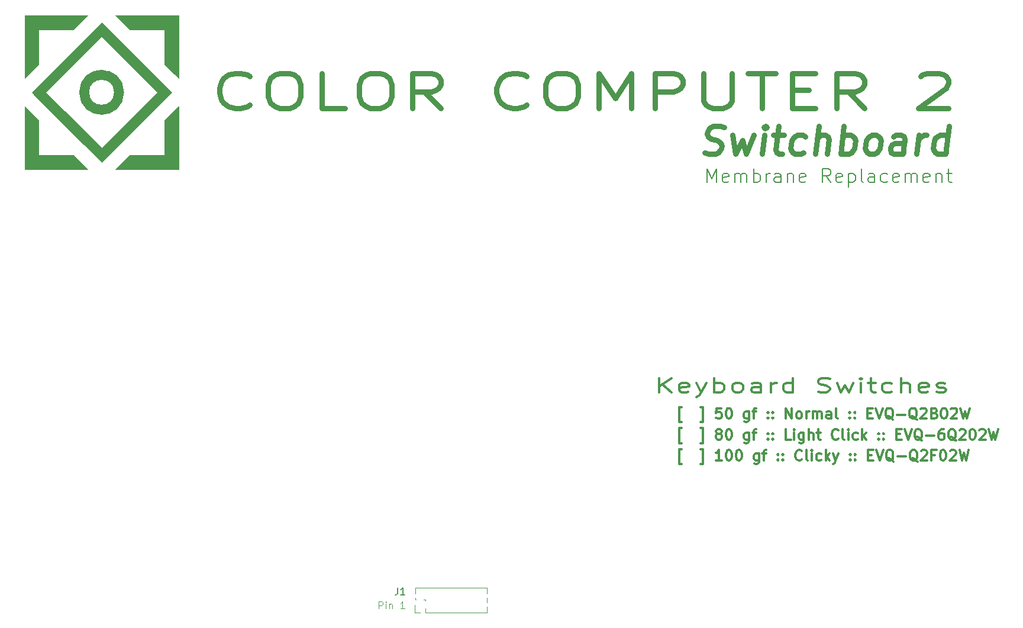
<source format=gto>
G04 #@! TF.GenerationSoftware,KiCad,Pcbnew,(5.1.10)-1*
G04 #@! TF.CreationDate,2022-07-15T10:43:49-04:00*
G04 #@! TF.ProjectId,CoCo2SwitchBoard,436f436f-3253-4776-9974-6368426f6172,1.0*
G04 #@! TF.SameCoordinates,Original*
G04 #@! TF.FileFunction,Legend,Top*
G04 #@! TF.FilePolarity,Positive*
%FSLAX46Y46*%
G04 Gerber Fmt 4.6, Leading zero omitted, Abs format (unit mm)*
G04 Created by KiCad (PCBNEW (5.1.10)-1) date 2022-07-15 10:43:49*
%MOMM*%
%LPD*%
G01*
G04 APERTURE LIST*
%ADD10C,0.125000*%
%ADD11C,0.300000*%
%ADD12C,0.100000*%
%ADD13C,1.400000*%
%ADD14C,0.150000*%
%ADD15C,0.800000*%
%ADD16C,0.120000*%
G04 APERTURE END LIST*
D10*
X129690476Y-3852380D02*
X129690476Y-2852380D01*
X130071428Y-2852380D01*
X130166666Y-2900000D01*
X130214285Y-2947619D01*
X130261904Y-3042857D01*
X130261904Y-3185714D01*
X130214285Y-3280952D01*
X130166666Y-3328571D01*
X130071428Y-3376190D01*
X129690476Y-3376190D01*
X130690476Y-3852380D02*
X130690476Y-3185714D01*
X130690476Y-2852380D02*
X130642857Y-2900000D01*
X130690476Y-2947619D01*
X130738095Y-2900000D01*
X130690476Y-2852380D01*
X130690476Y-2947619D01*
X131166666Y-3185714D02*
X131166666Y-3852380D01*
X131166666Y-3280952D02*
X131214285Y-3233333D01*
X131309523Y-3185714D01*
X131452380Y-3185714D01*
X131547619Y-3233333D01*
X131595238Y-3328571D01*
X131595238Y-3852380D01*
X133357142Y-3852380D02*
X132785714Y-3852380D01*
X133071428Y-3852380D02*
X133071428Y-2852380D01*
X132976190Y-2995238D01*
X132880952Y-3090476D01*
X132785714Y-3138095D01*
D11*
X172980714Y16821428D02*
X172623571Y16821428D01*
X172623571Y18964285D01*
X172980714Y18964285D01*
X175695000Y16821428D02*
X176052142Y16821428D01*
X176052142Y18964285D01*
X175695000Y18964285D01*
X178766428Y17321428D02*
X177909285Y17321428D01*
X178337857Y17321428D02*
X178337857Y18821428D01*
X178195000Y18607142D01*
X178052142Y18464285D01*
X177909285Y18392857D01*
X179695000Y18821428D02*
X179837857Y18821428D01*
X179980714Y18750000D01*
X180052142Y18678571D01*
X180123571Y18535714D01*
X180195000Y18250000D01*
X180195000Y17892857D01*
X180123571Y17607142D01*
X180052142Y17464285D01*
X179980714Y17392857D01*
X179837857Y17321428D01*
X179695000Y17321428D01*
X179552142Y17392857D01*
X179480714Y17464285D01*
X179409285Y17607142D01*
X179337857Y17892857D01*
X179337857Y18250000D01*
X179409285Y18535714D01*
X179480714Y18678571D01*
X179552142Y18750000D01*
X179695000Y18821428D01*
X181123571Y18821428D02*
X181266428Y18821428D01*
X181409285Y18750000D01*
X181480714Y18678571D01*
X181552142Y18535714D01*
X181623571Y18250000D01*
X181623571Y17892857D01*
X181552142Y17607142D01*
X181480714Y17464285D01*
X181409285Y17392857D01*
X181266428Y17321428D01*
X181123571Y17321428D01*
X180980714Y17392857D01*
X180909285Y17464285D01*
X180837857Y17607142D01*
X180766428Y17892857D01*
X180766428Y18250000D01*
X180837857Y18535714D01*
X180909285Y18678571D01*
X180980714Y18750000D01*
X181123571Y18821428D01*
X184052142Y18321428D02*
X184052142Y17107142D01*
X183980714Y16964285D01*
X183909285Y16892857D01*
X183766428Y16821428D01*
X183552142Y16821428D01*
X183409285Y16892857D01*
X184052142Y17392857D02*
X183909285Y17321428D01*
X183623571Y17321428D01*
X183480714Y17392857D01*
X183409285Y17464285D01*
X183337857Y17607142D01*
X183337857Y18035714D01*
X183409285Y18178571D01*
X183480714Y18250000D01*
X183623571Y18321428D01*
X183909285Y18321428D01*
X184052142Y18250000D01*
X184552142Y18321428D02*
X185123571Y18321428D01*
X184766428Y17321428D02*
X184766428Y18607142D01*
X184837857Y18750000D01*
X184980714Y18821428D01*
X185123571Y18821428D01*
X186766428Y17464285D02*
X186837857Y17392857D01*
X186766428Y17321428D01*
X186695000Y17392857D01*
X186766428Y17464285D01*
X186766428Y17321428D01*
X186766428Y18250000D02*
X186837857Y18178571D01*
X186766428Y18107142D01*
X186695000Y18178571D01*
X186766428Y18250000D01*
X186766428Y18107142D01*
X187480714Y17464285D02*
X187552142Y17392857D01*
X187480714Y17321428D01*
X187409285Y17392857D01*
X187480714Y17464285D01*
X187480714Y17321428D01*
X187480714Y18250000D02*
X187552142Y18178571D01*
X187480714Y18107142D01*
X187409285Y18178571D01*
X187480714Y18250000D01*
X187480714Y18107142D01*
X190195000Y17464285D02*
X190123571Y17392857D01*
X189909285Y17321428D01*
X189766428Y17321428D01*
X189552142Y17392857D01*
X189409285Y17535714D01*
X189337857Y17678571D01*
X189266428Y17964285D01*
X189266428Y18178571D01*
X189337857Y18464285D01*
X189409285Y18607142D01*
X189552142Y18750000D01*
X189766428Y18821428D01*
X189909285Y18821428D01*
X190123571Y18750000D01*
X190195000Y18678571D01*
X191052142Y17321428D02*
X190909285Y17392857D01*
X190837857Y17535714D01*
X190837857Y18821428D01*
X191623571Y17321428D02*
X191623571Y18321428D01*
X191623571Y18821428D02*
X191552142Y18750000D01*
X191623571Y18678571D01*
X191695000Y18750000D01*
X191623571Y18821428D01*
X191623571Y18678571D01*
X192980714Y17392857D02*
X192837857Y17321428D01*
X192552142Y17321428D01*
X192409285Y17392857D01*
X192337857Y17464285D01*
X192266428Y17607142D01*
X192266428Y18035714D01*
X192337857Y18178571D01*
X192409285Y18250000D01*
X192552142Y18321428D01*
X192837857Y18321428D01*
X192980714Y18250000D01*
X193623571Y17321428D02*
X193623571Y18821428D01*
X193766428Y17892857D02*
X194195000Y17321428D01*
X194195000Y18321428D02*
X193623571Y17750000D01*
X194695000Y18321428D02*
X195052142Y17321428D01*
X195409285Y18321428D02*
X195052142Y17321428D01*
X194909285Y16964285D01*
X194837857Y16892857D01*
X194695000Y16821428D01*
X197123571Y17464285D02*
X197195000Y17392857D01*
X197123571Y17321428D01*
X197052142Y17392857D01*
X197123571Y17464285D01*
X197123571Y17321428D01*
X197123571Y18250000D02*
X197195000Y18178571D01*
X197123571Y18107142D01*
X197052142Y18178571D01*
X197123571Y18250000D01*
X197123571Y18107142D01*
X197837857Y17464285D02*
X197909285Y17392857D01*
X197837857Y17321428D01*
X197766428Y17392857D01*
X197837857Y17464285D01*
X197837857Y17321428D01*
X197837857Y18250000D02*
X197909285Y18178571D01*
X197837857Y18107142D01*
X197766428Y18178571D01*
X197837857Y18250000D01*
X197837857Y18107142D01*
X199695000Y18107142D02*
X200195000Y18107142D01*
X200409285Y17321428D02*
X199695000Y17321428D01*
X199695000Y18821428D01*
X200409285Y18821428D01*
X200837857Y18821428D02*
X201337857Y17321428D01*
X201837857Y18821428D01*
X203337857Y17178571D02*
X203195000Y17250000D01*
X203052142Y17392857D01*
X202837857Y17607142D01*
X202695000Y17678571D01*
X202552142Y17678571D01*
X202623571Y17321428D02*
X202480714Y17392857D01*
X202337857Y17535714D01*
X202266428Y17821428D01*
X202266428Y18321428D01*
X202337857Y18607142D01*
X202480714Y18750000D01*
X202623571Y18821428D01*
X202909285Y18821428D01*
X203052142Y18750000D01*
X203195000Y18607142D01*
X203266428Y18321428D01*
X203266428Y17821428D01*
X203195000Y17535714D01*
X203052142Y17392857D01*
X202909285Y17321428D01*
X202623571Y17321428D01*
X203909285Y17892857D02*
X205052142Y17892857D01*
X206766428Y17178571D02*
X206623571Y17250000D01*
X206480714Y17392857D01*
X206266428Y17607142D01*
X206123571Y17678571D01*
X205980714Y17678571D01*
X206052142Y17321428D02*
X205909285Y17392857D01*
X205766428Y17535714D01*
X205695000Y17821428D01*
X205695000Y18321428D01*
X205766428Y18607142D01*
X205909285Y18750000D01*
X206052142Y18821428D01*
X206337857Y18821428D01*
X206480714Y18750000D01*
X206623571Y18607142D01*
X206695000Y18321428D01*
X206695000Y17821428D01*
X206623571Y17535714D01*
X206480714Y17392857D01*
X206337857Y17321428D01*
X206052142Y17321428D01*
X207266428Y18678571D02*
X207337857Y18750000D01*
X207480714Y18821428D01*
X207837857Y18821428D01*
X207980714Y18750000D01*
X208052142Y18678571D01*
X208123571Y18535714D01*
X208123571Y18392857D01*
X208052142Y18178571D01*
X207195000Y17321428D01*
X208123571Y17321428D01*
X209266428Y18107142D02*
X208766428Y18107142D01*
X208766428Y17321428D02*
X208766428Y18821428D01*
X209480714Y18821428D01*
X210337857Y18821428D02*
X210480714Y18821428D01*
X210623571Y18750000D01*
X210695000Y18678571D01*
X210766428Y18535714D01*
X210837857Y18250000D01*
X210837857Y17892857D01*
X210766428Y17607142D01*
X210695000Y17464285D01*
X210623571Y17392857D01*
X210480714Y17321428D01*
X210337857Y17321428D01*
X210195000Y17392857D01*
X210123571Y17464285D01*
X210052142Y17607142D01*
X209980714Y17892857D01*
X209980714Y18250000D01*
X210052142Y18535714D01*
X210123571Y18678571D01*
X210195000Y18750000D01*
X210337857Y18821428D01*
X211409285Y18678571D02*
X211480714Y18750000D01*
X211623571Y18821428D01*
X211980714Y18821428D01*
X212123571Y18750000D01*
X212195000Y18678571D01*
X212266428Y18535714D01*
X212266428Y18392857D01*
X212195000Y18178571D01*
X211337857Y17321428D01*
X212266428Y17321428D01*
X212766428Y18821428D02*
X213123571Y17321428D01*
X213409285Y18392857D01*
X213694999Y17321428D01*
X214052142Y18821428D01*
X172980714Y19821428D02*
X172623571Y19821428D01*
X172623571Y21964285D01*
X172980714Y21964285D01*
X175695000Y19821428D02*
X176052142Y19821428D01*
X176052142Y21964285D01*
X175695000Y21964285D01*
X178195000Y21178571D02*
X178052142Y21250000D01*
X177980714Y21321428D01*
X177909285Y21464285D01*
X177909285Y21535714D01*
X177980714Y21678571D01*
X178052142Y21750000D01*
X178195000Y21821428D01*
X178480714Y21821428D01*
X178623571Y21750000D01*
X178695000Y21678571D01*
X178766428Y21535714D01*
X178766428Y21464285D01*
X178695000Y21321428D01*
X178623571Y21250000D01*
X178480714Y21178571D01*
X178195000Y21178571D01*
X178052142Y21107142D01*
X177980714Y21035714D01*
X177909285Y20892857D01*
X177909285Y20607142D01*
X177980714Y20464285D01*
X178052142Y20392857D01*
X178195000Y20321428D01*
X178480714Y20321428D01*
X178623571Y20392857D01*
X178695000Y20464285D01*
X178766428Y20607142D01*
X178766428Y20892857D01*
X178695000Y21035714D01*
X178623571Y21107142D01*
X178480714Y21178571D01*
X179695000Y21821428D02*
X179837857Y21821428D01*
X179980714Y21750000D01*
X180052142Y21678571D01*
X180123571Y21535714D01*
X180195000Y21250000D01*
X180195000Y20892857D01*
X180123571Y20607142D01*
X180052142Y20464285D01*
X179980714Y20392857D01*
X179837857Y20321428D01*
X179695000Y20321428D01*
X179552142Y20392857D01*
X179480714Y20464285D01*
X179409285Y20607142D01*
X179337857Y20892857D01*
X179337857Y21250000D01*
X179409285Y21535714D01*
X179480714Y21678571D01*
X179552142Y21750000D01*
X179695000Y21821428D01*
X182623571Y21321428D02*
X182623571Y20107142D01*
X182552142Y19964285D01*
X182480714Y19892857D01*
X182337857Y19821428D01*
X182123571Y19821428D01*
X181980714Y19892857D01*
X182623571Y20392857D02*
X182480714Y20321428D01*
X182195000Y20321428D01*
X182052142Y20392857D01*
X181980714Y20464285D01*
X181909285Y20607142D01*
X181909285Y21035714D01*
X181980714Y21178571D01*
X182052142Y21250000D01*
X182195000Y21321428D01*
X182480714Y21321428D01*
X182623571Y21250000D01*
X183123571Y21321428D02*
X183695000Y21321428D01*
X183337857Y20321428D02*
X183337857Y21607142D01*
X183409285Y21750000D01*
X183552142Y21821428D01*
X183695000Y21821428D01*
X185337857Y20464285D02*
X185409285Y20392857D01*
X185337857Y20321428D01*
X185266428Y20392857D01*
X185337857Y20464285D01*
X185337857Y20321428D01*
X185337857Y21250000D02*
X185409285Y21178571D01*
X185337857Y21107142D01*
X185266428Y21178571D01*
X185337857Y21250000D01*
X185337857Y21107142D01*
X186052142Y20464285D02*
X186123571Y20392857D01*
X186052142Y20321428D01*
X185980714Y20392857D01*
X186052142Y20464285D01*
X186052142Y20321428D01*
X186052142Y21250000D02*
X186123571Y21178571D01*
X186052142Y21107142D01*
X185980714Y21178571D01*
X186052142Y21250000D01*
X186052142Y21107142D01*
X188623571Y20321428D02*
X187909285Y20321428D01*
X187909285Y21821428D01*
X189123571Y20321428D02*
X189123571Y21321428D01*
X189123571Y21821428D02*
X189052142Y21750000D01*
X189123571Y21678571D01*
X189195000Y21750000D01*
X189123571Y21821428D01*
X189123571Y21678571D01*
X190480714Y21321428D02*
X190480714Y20107142D01*
X190409285Y19964285D01*
X190337857Y19892857D01*
X190195000Y19821428D01*
X189980714Y19821428D01*
X189837857Y19892857D01*
X190480714Y20392857D02*
X190337857Y20321428D01*
X190052142Y20321428D01*
X189909285Y20392857D01*
X189837857Y20464285D01*
X189766428Y20607142D01*
X189766428Y21035714D01*
X189837857Y21178571D01*
X189909285Y21250000D01*
X190052142Y21321428D01*
X190337857Y21321428D01*
X190480714Y21250000D01*
X191195000Y20321428D02*
X191195000Y21821428D01*
X191837857Y20321428D02*
X191837857Y21107142D01*
X191766428Y21250000D01*
X191623571Y21321428D01*
X191409285Y21321428D01*
X191266428Y21250000D01*
X191195000Y21178571D01*
X192337857Y21321428D02*
X192909285Y21321428D01*
X192552142Y21821428D02*
X192552142Y20535714D01*
X192623571Y20392857D01*
X192766428Y20321428D01*
X192909285Y20321428D01*
X195409285Y20464285D02*
X195337857Y20392857D01*
X195123571Y20321428D01*
X194980714Y20321428D01*
X194766428Y20392857D01*
X194623571Y20535714D01*
X194552142Y20678571D01*
X194480714Y20964285D01*
X194480714Y21178571D01*
X194552142Y21464285D01*
X194623571Y21607142D01*
X194766428Y21750000D01*
X194980714Y21821428D01*
X195123571Y21821428D01*
X195337857Y21750000D01*
X195409285Y21678571D01*
X196266428Y20321428D02*
X196123571Y20392857D01*
X196052142Y20535714D01*
X196052142Y21821428D01*
X196837857Y20321428D02*
X196837857Y21321428D01*
X196837857Y21821428D02*
X196766428Y21750000D01*
X196837857Y21678571D01*
X196909285Y21750000D01*
X196837857Y21821428D01*
X196837857Y21678571D01*
X198195000Y20392857D02*
X198052142Y20321428D01*
X197766428Y20321428D01*
X197623571Y20392857D01*
X197552142Y20464285D01*
X197480714Y20607142D01*
X197480714Y21035714D01*
X197552142Y21178571D01*
X197623571Y21250000D01*
X197766428Y21321428D01*
X198052142Y21321428D01*
X198195000Y21250000D01*
X198837857Y20321428D02*
X198837857Y21821428D01*
X198980714Y20892857D02*
X199409285Y20321428D01*
X199409285Y21321428D02*
X198837857Y20750000D01*
X201195000Y20464285D02*
X201266428Y20392857D01*
X201195000Y20321428D01*
X201123571Y20392857D01*
X201195000Y20464285D01*
X201195000Y20321428D01*
X201195000Y21250000D02*
X201266428Y21178571D01*
X201195000Y21107142D01*
X201123571Y21178571D01*
X201195000Y21250000D01*
X201195000Y21107142D01*
X201909285Y20464285D02*
X201980714Y20392857D01*
X201909285Y20321428D01*
X201837857Y20392857D01*
X201909285Y20464285D01*
X201909285Y20321428D01*
X201909285Y21250000D02*
X201980714Y21178571D01*
X201909285Y21107142D01*
X201837857Y21178571D01*
X201909285Y21250000D01*
X201909285Y21107142D01*
X203766428Y21107142D02*
X204266428Y21107142D01*
X204480714Y20321428D02*
X203766428Y20321428D01*
X203766428Y21821428D01*
X204480714Y21821428D01*
X204909285Y21821428D02*
X205409285Y20321428D01*
X205909285Y21821428D01*
X207409285Y20178571D02*
X207266428Y20250000D01*
X207123571Y20392857D01*
X206909285Y20607142D01*
X206766428Y20678571D01*
X206623571Y20678571D01*
X206695000Y20321428D02*
X206552142Y20392857D01*
X206409285Y20535714D01*
X206337857Y20821428D01*
X206337857Y21321428D01*
X206409285Y21607142D01*
X206552142Y21750000D01*
X206695000Y21821428D01*
X206980714Y21821428D01*
X207123571Y21750000D01*
X207266428Y21607142D01*
X207337857Y21321428D01*
X207337857Y20821428D01*
X207266428Y20535714D01*
X207123571Y20392857D01*
X206980714Y20321428D01*
X206695000Y20321428D01*
X207980714Y20892857D02*
X209123571Y20892857D01*
X210480714Y21821428D02*
X210195000Y21821428D01*
X210052142Y21750000D01*
X209980714Y21678571D01*
X209837857Y21464285D01*
X209766428Y21178571D01*
X209766428Y20607142D01*
X209837857Y20464285D01*
X209909285Y20392857D01*
X210052142Y20321428D01*
X210337857Y20321428D01*
X210480714Y20392857D01*
X210552142Y20464285D01*
X210623571Y20607142D01*
X210623571Y20964285D01*
X210552142Y21107142D01*
X210480714Y21178571D01*
X210337857Y21250000D01*
X210052142Y21250000D01*
X209909285Y21178571D01*
X209837857Y21107142D01*
X209766428Y20964285D01*
X212266428Y20178571D02*
X212123571Y20250000D01*
X211980714Y20392857D01*
X211766428Y20607142D01*
X211623571Y20678571D01*
X211480714Y20678571D01*
X211552142Y20321428D02*
X211409285Y20392857D01*
X211266428Y20535714D01*
X211195000Y20821428D01*
X211195000Y21321428D01*
X211266428Y21607142D01*
X211409285Y21750000D01*
X211552142Y21821428D01*
X211837857Y21821428D01*
X211980714Y21750000D01*
X212123571Y21607142D01*
X212195000Y21321428D01*
X212195000Y20821428D01*
X212123571Y20535714D01*
X211980714Y20392857D01*
X211837857Y20321428D01*
X211552142Y20321428D01*
X212766428Y21678571D02*
X212837857Y21750000D01*
X212980714Y21821428D01*
X213337857Y21821428D01*
X213480714Y21750000D01*
X213552142Y21678571D01*
X213623571Y21535714D01*
X213623571Y21392857D01*
X213552142Y21178571D01*
X212695000Y20321428D01*
X213623571Y20321428D01*
X214552142Y21821428D02*
X214695000Y21821428D01*
X214837857Y21750000D01*
X214909285Y21678571D01*
X214980714Y21535714D01*
X215052142Y21250000D01*
X215052142Y20892857D01*
X214980714Y20607142D01*
X214909285Y20464285D01*
X214837857Y20392857D01*
X214695000Y20321428D01*
X214552142Y20321428D01*
X214409285Y20392857D01*
X214337857Y20464285D01*
X214266428Y20607142D01*
X214195000Y20892857D01*
X214195000Y21250000D01*
X214266428Y21535714D01*
X214337857Y21678571D01*
X214409285Y21750000D01*
X214552142Y21821428D01*
X215623571Y21678571D02*
X215695000Y21750000D01*
X215837857Y21821428D01*
X216195000Y21821428D01*
X216337857Y21750000D01*
X216409285Y21678571D01*
X216480714Y21535714D01*
X216480714Y21392857D01*
X216409285Y21178571D01*
X215552142Y20321428D01*
X216480714Y20321428D01*
X216980714Y21821428D02*
X217337857Y20321428D01*
X217623571Y21392857D01*
X217909285Y20321428D01*
X218266428Y21821428D01*
X172980714Y22821428D02*
X172623571Y22821428D01*
X172623571Y24964285D01*
X172980714Y24964285D01*
X175695000Y22821428D02*
X176052142Y22821428D01*
X176052142Y24964285D01*
X175695000Y24964285D01*
X178695000Y24821428D02*
X177980714Y24821428D01*
X177909285Y24107142D01*
X177980714Y24178571D01*
X178123571Y24250000D01*
X178480714Y24250000D01*
X178623571Y24178571D01*
X178695000Y24107142D01*
X178766428Y23964285D01*
X178766428Y23607142D01*
X178695000Y23464285D01*
X178623571Y23392857D01*
X178480714Y23321428D01*
X178123571Y23321428D01*
X177980714Y23392857D01*
X177909285Y23464285D01*
X179695000Y24821428D02*
X179837857Y24821428D01*
X179980714Y24750000D01*
X180052142Y24678571D01*
X180123571Y24535714D01*
X180195000Y24250000D01*
X180195000Y23892857D01*
X180123571Y23607142D01*
X180052142Y23464285D01*
X179980714Y23392857D01*
X179837857Y23321428D01*
X179695000Y23321428D01*
X179552142Y23392857D01*
X179480714Y23464285D01*
X179409285Y23607142D01*
X179337857Y23892857D01*
X179337857Y24250000D01*
X179409285Y24535714D01*
X179480714Y24678571D01*
X179552142Y24750000D01*
X179695000Y24821428D01*
X182623571Y24321428D02*
X182623571Y23107142D01*
X182552142Y22964285D01*
X182480714Y22892857D01*
X182337857Y22821428D01*
X182123571Y22821428D01*
X181980714Y22892857D01*
X182623571Y23392857D02*
X182480714Y23321428D01*
X182195000Y23321428D01*
X182052142Y23392857D01*
X181980714Y23464285D01*
X181909285Y23607142D01*
X181909285Y24035714D01*
X181980714Y24178571D01*
X182052142Y24250000D01*
X182195000Y24321428D01*
X182480714Y24321428D01*
X182623571Y24250000D01*
X183123571Y24321428D02*
X183695000Y24321428D01*
X183337857Y23321428D02*
X183337857Y24607142D01*
X183409285Y24750000D01*
X183552142Y24821428D01*
X183695000Y24821428D01*
X185337857Y23464285D02*
X185409285Y23392857D01*
X185337857Y23321428D01*
X185266428Y23392857D01*
X185337857Y23464285D01*
X185337857Y23321428D01*
X185337857Y24250000D02*
X185409285Y24178571D01*
X185337857Y24107142D01*
X185266428Y24178571D01*
X185337857Y24250000D01*
X185337857Y24107142D01*
X186052142Y23464285D02*
X186123571Y23392857D01*
X186052142Y23321428D01*
X185980714Y23392857D01*
X186052142Y23464285D01*
X186052142Y23321428D01*
X186052142Y24250000D02*
X186123571Y24178571D01*
X186052142Y24107142D01*
X185980714Y24178571D01*
X186052142Y24250000D01*
X186052142Y24107142D01*
X187909285Y23321428D02*
X187909285Y24821428D01*
X188766428Y23321428D01*
X188766428Y24821428D01*
X189695000Y23321428D02*
X189552142Y23392857D01*
X189480714Y23464285D01*
X189409285Y23607142D01*
X189409285Y24035714D01*
X189480714Y24178571D01*
X189552142Y24250000D01*
X189695000Y24321428D01*
X189909285Y24321428D01*
X190052142Y24250000D01*
X190123571Y24178571D01*
X190195000Y24035714D01*
X190195000Y23607142D01*
X190123571Y23464285D01*
X190052142Y23392857D01*
X189909285Y23321428D01*
X189695000Y23321428D01*
X190837857Y23321428D02*
X190837857Y24321428D01*
X190837857Y24035714D02*
X190909285Y24178571D01*
X190980714Y24250000D01*
X191123571Y24321428D01*
X191266428Y24321428D01*
X191766428Y23321428D02*
X191766428Y24321428D01*
X191766428Y24178571D02*
X191837857Y24250000D01*
X191980714Y24321428D01*
X192195000Y24321428D01*
X192337857Y24250000D01*
X192409285Y24107142D01*
X192409285Y23321428D01*
X192409285Y24107142D02*
X192480714Y24250000D01*
X192623571Y24321428D01*
X192837857Y24321428D01*
X192980714Y24250000D01*
X193052142Y24107142D01*
X193052142Y23321428D01*
X194409285Y23321428D02*
X194409285Y24107142D01*
X194337857Y24250000D01*
X194195000Y24321428D01*
X193909285Y24321428D01*
X193766428Y24250000D01*
X194409285Y23392857D02*
X194266428Y23321428D01*
X193909285Y23321428D01*
X193766428Y23392857D01*
X193695000Y23535714D01*
X193695000Y23678571D01*
X193766428Y23821428D01*
X193909285Y23892857D01*
X194266428Y23892857D01*
X194409285Y23964285D01*
X195337857Y23321428D02*
X195195000Y23392857D01*
X195123571Y23535714D01*
X195123571Y24821428D01*
X197052142Y23464285D02*
X197123571Y23392857D01*
X197052142Y23321428D01*
X196980714Y23392857D01*
X197052142Y23464285D01*
X197052142Y23321428D01*
X197052142Y24250000D02*
X197123571Y24178571D01*
X197052142Y24107142D01*
X196980714Y24178571D01*
X197052142Y24250000D01*
X197052142Y24107142D01*
X197766428Y23464285D02*
X197837857Y23392857D01*
X197766428Y23321428D01*
X197695000Y23392857D01*
X197766428Y23464285D01*
X197766428Y23321428D01*
X197766428Y24250000D02*
X197837857Y24178571D01*
X197766428Y24107142D01*
X197695000Y24178571D01*
X197766428Y24250000D01*
X197766428Y24107142D01*
X199623571Y24107142D02*
X200123571Y24107142D01*
X200337857Y23321428D02*
X199623571Y23321428D01*
X199623571Y24821428D01*
X200337857Y24821428D01*
X200766428Y24821428D02*
X201266428Y23321428D01*
X201766428Y24821428D01*
X203266428Y23178571D02*
X203123571Y23250000D01*
X202980714Y23392857D01*
X202766428Y23607142D01*
X202623571Y23678571D01*
X202480714Y23678571D01*
X202552142Y23321428D02*
X202409285Y23392857D01*
X202266428Y23535714D01*
X202195000Y23821428D01*
X202195000Y24321428D01*
X202266428Y24607142D01*
X202409285Y24750000D01*
X202552142Y24821428D01*
X202837857Y24821428D01*
X202980714Y24750000D01*
X203123571Y24607142D01*
X203195000Y24321428D01*
X203195000Y23821428D01*
X203123571Y23535714D01*
X202980714Y23392857D01*
X202837857Y23321428D01*
X202552142Y23321428D01*
X203837857Y23892857D02*
X204980714Y23892857D01*
X206695000Y23178571D02*
X206552142Y23250000D01*
X206409285Y23392857D01*
X206195000Y23607142D01*
X206052142Y23678571D01*
X205909285Y23678571D01*
X205980714Y23321428D02*
X205837857Y23392857D01*
X205695000Y23535714D01*
X205623571Y23821428D01*
X205623571Y24321428D01*
X205695000Y24607142D01*
X205837857Y24750000D01*
X205980714Y24821428D01*
X206266428Y24821428D01*
X206409285Y24750000D01*
X206552142Y24607142D01*
X206623571Y24321428D01*
X206623571Y23821428D01*
X206552142Y23535714D01*
X206409285Y23392857D01*
X206266428Y23321428D01*
X205980714Y23321428D01*
X207195000Y24678571D02*
X207266428Y24750000D01*
X207409285Y24821428D01*
X207766428Y24821428D01*
X207909285Y24750000D01*
X207980714Y24678571D01*
X208052142Y24535714D01*
X208052142Y24392857D01*
X207980714Y24178571D01*
X207123571Y23321428D01*
X208052142Y23321428D01*
X209195000Y24107142D02*
X209409285Y24035714D01*
X209480714Y23964285D01*
X209552142Y23821428D01*
X209552142Y23607142D01*
X209480714Y23464285D01*
X209409285Y23392857D01*
X209266428Y23321428D01*
X208695000Y23321428D01*
X208695000Y24821428D01*
X209195000Y24821428D01*
X209337857Y24750000D01*
X209409285Y24678571D01*
X209480714Y24535714D01*
X209480714Y24392857D01*
X209409285Y24250000D01*
X209337857Y24178571D01*
X209195000Y24107142D01*
X208695000Y24107142D01*
X210480714Y24821428D02*
X210623571Y24821428D01*
X210766428Y24750000D01*
X210837857Y24678571D01*
X210909285Y24535714D01*
X210980714Y24250000D01*
X210980714Y23892857D01*
X210909285Y23607142D01*
X210837857Y23464285D01*
X210766428Y23392857D01*
X210623571Y23321428D01*
X210480714Y23321428D01*
X210337857Y23392857D01*
X210266428Y23464285D01*
X210195000Y23607142D01*
X210123571Y23892857D01*
X210123571Y24250000D01*
X210195000Y24535714D01*
X210266428Y24678571D01*
X210337857Y24750000D01*
X210480714Y24821428D01*
X211552142Y24678571D02*
X211623571Y24750000D01*
X211766428Y24821428D01*
X212123571Y24821428D01*
X212266428Y24750000D01*
X212337857Y24678571D01*
X212409285Y24535714D01*
X212409285Y24392857D01*
X212337857Y24178571D01*
X211480714Y23321428D01*
X212409285Y23321428D01*
X212909285Y24821428D02*
X213266428Y23321428D01*
X213552142Y24392857D01*
X213837857Y23321428D01*
X214195000Y24821428D01*
X169809285Y27095238D02*
X169809285Y29095238D01*
X171523571Y27095238D02*
X170237857Y28238095D01*
X171523571Y29095238D02*
X169809285Y27952380D01*
X173952142Y27190476D02*
X173666428Y27095238D01*
X173095000Y27095238D01*
X172809285Y27190476D01*
X172666428Y27380952D01*
X172666428Y28142857D01*
X172809285Y28333333D01*
X173095000Y28428571D01*
X173666428Y28428571D01*
X173952142Y28333333D01*
X174095000Y28142857D01*
X174095000Y27952380D01*
X172666428Y27761904D01*
X175095000Y28428571D02*
X175809285Y27095238D01*
X176523571Y28428571D02*
X175809285Y27095238D01*
X175523571Y26619047D01*
X175380714Y26523809D01*
X175095000Y26428571D01*
X177666428Y27095238D02*
X177666428Y29095238D01*
X177666428Y28333333D02*
X177952142Y28428571D01*
X178523571Y28428571D01*
X178809285Y28333333D01*
X178952142Y28238095D01*
X179095000Y28047619D01*
X179095000Y27476190D01*
X178952142Y27285714D01*
X178809285Y27190476D01*
X178523571Y27095238D01*
X177952142Y27095238D01*
X177666428Y27190476D01*
X180809285Y27095238D02*
X180523571Y27190476D01*
X180380714Y27285714D01*
X180237857Y27476190D01*
X180237857Y28047619D01*
X180380714Y28238095D01*
X180523571Y28333333D01*
X180809285Y28428571D01*
X181237857Y28428571D01*
X181523571Y28333333D01*
X181666428Y28238095D01*
X181809285Y28047619D01*
X181809285Y27476190D01*
X181666428Y27285714D01*
X181523571Y27190476D01*
X181237857Y27095238D01*
X180809285Y27095238D01*
X184380714Y27095238D02*
X184380714Y28142857D01*
X184237857Y28333333D01*
X183952142Y28428571D01*
X183380714Y28428571D01*
X183095000Y28333333D01*
X184380714Y27190476D02*
X184095000Y27095238D01*
X183380714Y27095238D01*
X183095000Y27190476D01*
X182952142Y27380952D01*
X182952142Y27571428D01*
X183095000Y27761904D01*
X183380714Y27857142D01*
X184095000Y27857142D01*
X184380714Y27952380D01*
X185809285Y27095238D02*
X185809285Y28428571D01*
X185809285Y28047619D02*
X185952142Y28238095D01*
X186095000Y28333333D01*
X186380714Y28428571D01*
X186666428Y28428571D01*
X188952142Y27095238D02*
X188952142Y29095238D01*
X188952142Y27190476D02*
X188666428Y27095238D01*
X188095000Y27095238D01*
X187809285Y27190476D01*
X187666428Y27285714D01*
X187523571Y27476190D01*
X187523571Y28047619D01*
X187666428Y28238095D01*
X187809285Y28333333D01*
X188095000Y28428571D01*
X188666428Y28428571D01*
X188952142Y28333333D01*
X192523571Y27190476D02*
X192952142Y27095238D01*
X193666428Y27095238D01*
X193952142Y27190476D01*
X194095000Y27285714D01*
X194237857Y27476190D01*
X194237857Y27666666D01*
X194095000Y27857142D01*
X193952142Y27952380D01*
X193666428Y28047619D01*
X193095000Y28142857D01*
X192809285Y28238095D01*
X192666428Y28333333D01*
X192523571Y28523809D01*
X192523571Y28714285D01*
X192666428Y28904761D01*
X192809285Y29000000D01*
X193095000Y29095238D01*
X193809285Y29095238D01*
X194237857Y29000000D01*
X195237857Y28428571D02*
X195809285Y27095238D01*
X196380714Y28047619D01*
X196952142Y27095238D01*
X197523571Y28428571D01*
X198666428Y27095238D02*
X198666428Y28428571D01*
X198666428Y29095238D02*
X198523571Y29000000D01*
X198666428Y28904761D01*
X198809285Y29000000D01*
X198666428Y29095238D01*
X198666428Y28904761D01*
X199666428Y28428571D02*
X200809285Y28428571D01*
X200095000Y29095238D02*
X200095000Y27380952D01*
X200237857Y27190476D01*
X200523571Y27095238D01*
X200809285Y27095238D01*
X203095000Y27190476D02*
X202809285Y27095238D01*
X202237857Y27095238D01*
X201952142Y27190476D01*
X201809285Y27285714D01*
X201666428Y27476190D01*
X201666428Y28047619D01*
X201809285Y28238095D01*
X201952142Y28333333D01*
X202237857Y28428571D01*
X202809285Y28428571D01*
X203095000Y28333333D01*
X204380714Y27095238D02*
X204380714Y29095238D01*
X205666428Y27095238D02*
X205666428Y28142857D01*
X205523571Y28333333D01*
X205237857Y28428571D01*
X204809285Y28428571D01*
X204523571Y28333333D01*
X204380714Y28238095D01*
X208237857Y27190476D02*
X207952142Y27095238D01*
X207380714Y27095238D01*
X207095000Y27190476D01*
X206952142Y27380952D01*
X206952142Y28142857D01*
X207095000Y28333333D01*
X207380714Y28428571D01*
X207952142Y28428571D01*
X208237857Y28333333D01*
X208380714Y28142857D01*
X208380714Y27952380D01*
X206952142Y27761904D01*
X209523571Y27190476D02*
X209809285Y27095238D01*
X210380714Y27095238D01*
X210666428Y27190476D01*
X210809285Y27380952D01*
X210809285Y27476190D01*
X210666428Y27666666D01*
X210380714Y27761904D01*
X209952142Y27761904D01*
X209666428Y27857142D01*
X209523571Y28047619D01*
X209523571Y28142857D01*
X209666428Y28333333D01*
X209952142Y28428571D01*
X210380714Y28428571D01*
X210666428Y28333333D01*
D12*
G36*
X101000000Y59000000D02*
G01*
X92000000Y59000000D01*
X94000000Y61000000D01*
X99000000Y61000000D01*
X99000000Y66000000D01*
X101000000Y68000000D01*
X101000000Y59000000D01*
G37*
X101000000Y59000000D02*
X92000000Y59000000D01*
X94000000Y61000000D01*
X99000000Y61000000D01*
X99000000Y66000000D01*
X101000000Y68000000D01*
X101000000Y59000000D01*
G36*
X81000000Y66000000D02*
G01*
X81000000Y61000000D01*
X86000000Y61000000D01*
X88000000Y59000000D01*
X79000000Y59000000D01*
X79000000Y68000000D01*
X81000000Y66000000D01*
G37*
X81000000Y66000000D02*
X81000000Y61000000D01*
X86000000Y61000000D01*
X88000000Y59000000D01*
X79000000Y59000000D01*
X79000000Y68000000D01*
X81000000Y66000000D01*
G36*
X86000000Y79000000D02*
G01*
X81000000Y79000000D01*
X81000000Y74000000D01*
X79000000Y72000000D01*
X79000000Y81000000D01*
X88000000Y81000000D01*
X86000000Y79000000D01*
G37*
X86000000Y79000000D02*
X81000000Y79000000D01*
X81000000Y74000000D01*
X79000000Y72000000D01*
X79000000Y81000000D01*
X88000000Y81000000D01*
X86000000Y79000000D01*
G36*
X101000000Y72000000D02*
G01*
X99000000Y74000000D01*
X99000000Y79000000D01*
X94000000Y79000000D01*
X92000000Y81000000D01*
X101000000Y81000000D01*
X101000000Y72000000D01*
G37*
X101000000Y72000000D02*
X99000000Y74000000D01*
X99000000Y79000000D01*
X94000000Y79000000D01*
X92000000Y81000000D01*
X101000000Y81000000D01*
X101000000Y72000000D01*
G36*
X99000000Y69000000D02*
G01*
X91000000Y61000000D01*
X90000000Y62000000D01*
X98000000Y70000000D01*
X99000000Y69000000D01*
G37*
X99000000Y69000000D02*
X91000000Y61000000D01*
X90000000Y62000000D01*
X98000000Y70000000D01*
X99000000Y69000000D01*
G36*
X91000000Y61000000D02*
G01*
X90000000Y60000000D01*
X81000000Y69000000D01*
X82000000Y70000000D01*
X91000000Y61000000D01*
G37*
X91000000Y61000000D02*
X90000000Y60000000D01*
X81000000Y69000000D01*
X82000000Y70000000D01*
X91000000Y61000000D01*
G36*
X90000000Y78000000D02*
G01*
X81000000Y69000000D01*
X80000000Y70000000D01*
X89000000Y79000000D01*
X90000000Y78000000D01*
G37*
X90000000Y78000000D02*
X81000000Y69000000D01*
X80000000Y70000000D01*
X89000000Y79000000D01*
X90000000Y78000000D01*
G36*
X100000000Y70000000D02*
G01*
X99000000Y69000000D01*
X89000000Y79000000D01*
X90000000Y80000000D01*
X100000000Y70000000D01*
G37*
X100000000Y70000000D02*
X99000000Y69000000D01*
X89000000Y79000000D01*
X90000000Y80000000D01*
X100000000Y70000000D01*
D13*
X92500000Y70000000D02*
G75*
G03*
X92500000Y70000000I-2500000J0D01*
G01*
D14*
X176619047Y57095238D02*
X176619047Y59095238D01*
X177285714Y57666666D01*
X177952380Y59095238D01*
X177952380Y57095238D01*
X179666666Y57190476D02*
X179476190Y57095238D01*
X179095238Y57095238D01*
X178904761Y57190476D01*
X178809523Y57380952D01*
X178809523Y58142857D01*
X178904761Y58333333D01*
X179095238Y58428571D01*
X179476190Y58428571D01*
X179666666Y58333333D01*
X179761904Y58142857D01*
X179761904Y57952380D01*
X178809523Y57761904D01*
X180619047Y57095238D02*
X180619047Y58428571D01*
X180619047Y58238095D02*
X180714285Y58333333D01*
X180904761Y58428571D01*
X181190476Y58428571D01*
X181380952Y58333333D01*
X181476190Y58142857D01*
X181476190Y57095238D01*
X181476190Y58142857D02*
X181571428Y58333333D01*
X181761904Y58428571D01*
X182047619Y58428571D01*
X182238095Y58333333D01*
X182333333Y58142857D01*
X182333333Y57095238D01*
X183285714Y57095238D02*
X183285714Y59095238D01*
X183285714Y58333333D02*
X183476190Y58428571D01*
X183857142Y58428571D01*
X184047619Y58333333D01*
X184142857Y58238095D01*
X184238095Y58047619D01*
X184238095Y57476190D01*
X184142857Y57285714D01*
X184047619Y57190476D01*
X183857142Y57095238D01*
X183476190Y57095238D01*
X183285714Y57190476D01*
X185095238Y57095238D02*
X185095238Y58428571D01*
X185095238Y58047619D02*
X185190476Y58238095D01*
X185285714Y58333333D01*
X185476190Y58428571D01*
X185666666Y58428571D01*
X187190476Y57095238D02*
X187190476Y58142857D01*
X187095238Y58333333D01*
X186904761Y58428571D01*
X186523809Y58428571D01*
X186333333Y58333333D01*
X187190476Y57190476D02*
X187000000Y57095238D01*
X186523809Y57095238D01*
X186333333Y57190476D01*
X186238095Y57380952D01*
X186238095Y57571428D01*
X186333333Y57761904D01*
X186523809Y57857142D01*
X187000000Y57857142D01*
X187190476Y57952380D01*
X188142857Y58428571D02*
X188142857Y57095238D01*
X188142857Y58238095D02*
X188238095Y58333333D01*
X188428571Y58428571D01*
X188714285Y58428571D01*
X188904761Y58333333D01*
X189000000Y58142857D01*
X189000000Y57095238D01*
X190714285Y57190476D02*
X190523809Y57095238D01*
X190142857Y57095238D01*
X189952380Y57190476D01*
X189857142Y57380952D01*
X189857142Y58142857D01*
X189952380Y58333333D01*
X190142857Y58428571D01*
X190523809Y58428571D01*
X190714285Y58333333D01*
X190809523Y58142857D01*
X190809523Y57952380D01*
X189857142Y57761904D01*
X194333333Y57095238D02*
X193666666Y58047619D01*
X193190476Y57095238D02*
X193190476Y59095238D01*
X193952380Y59095238D01*
X194142857Y59000000D01*
X194238095Y58904761D01*
X194333333Y58714285D01*
X194333333Y58428571D01*
X194238095Y58238095D01*
X194142857Y58142857D01*
X193952380Y58047619D01*
X193190476Y58047619D01*
X195952380Y57190476D02*
X195761904Y57095238D01*
X195380952Y57095238D01*
X195190476Y57190476D01*
X195095238Y57380952D01*
X195095238Y58142857D01*
X195190476Y58333333D01*
X195380952Y58428571D01*
X195761904Y58428571D01*
X195952380Y58333333D01*
X196047619Y58142857D01*
X196047619Y57952380D01*
X195095238Y57761904D01*
X196904761Y58428571D02*
X196904761Y56428571D01*
X196904761Y58333333D02*
X197095238Y58428571D01*
X197476190Y58428571D01*
X197666666Y58333333D01*
X197761904Y58238095D01*
X197857142Y58047619D01*
X197857142Y57476190D01*
X197761904Y57285714D01*
X197666666Y57190476D01*
X197476190Y57095238D01*
X197095238Y57095238D01*
X196904761Y57190476D01*
X199000000Y57095238D02*
X198809523Y57190476D01*
X198714285Y57380952D01*
X198714285Y59095238D01*
X200619047Y57095238D02*
X200619047Y58142857D01*
X200523809Y58333333D01*
X200333333Y58428571D01*
X199952380Y58428571D01*
X199761904Y58333333D01*
X200619047Y57190476D02*
X200428571Y57095238D01*
X199952380Y57095238D01*
X199761904Y57190476D01*
X199666666Y57380952D01*
X199666666Y57571428D01*
X199761904Y57761904D01*
X199952380Y57857142D01*
X200428571Y57857142D01*
X200619047Y57952380D01*
X202428571Y57190476D02*
X202238095Y57095238D01*
X201857142Y57095238D01*
X201666666Y57190476D01*
X201571428Y57285714D01*
X201476190Y57476190D01*
X201476190Y58047619D01*
X201571428Y58238095D01*
X201666666Y58333333D01*
X201857142Y58428571D01*
X202238095Y58428571D01*
X202428571Y58333333D01*
X204047619Y57190476D02*
X203857142Y57095238D01*
X203476190Y57095238D01*
X203285714Y57190476D01*
X203190476Y57380952D01*
X203190476Y58142857D01*
X203285714Y58333333D01*
X203476190Y58428571D01*
X203857142Y58428571D01*
X204047619Y58333333D01*
X204142857Y58142857D01*
X204142857Y57952380D01*
X203190476Y57761904D01*
X205000000Y57095238D02*
X205000000Y58428571D01*
X205000000Y58238095D02*
X205095238Y58333333D01*
X205285714Y58428571D01*
X205571428Y58428571D01*
X205761904Y58333333D01*
X205857142Y58142857D01*
X205857142Y57095238D01*
X205857142Y58142857D02*
X205952380Y58333333D01*
X206142857Y58428571D01*
X206428571Y58428571D01*
X206619047Y58333333D01*
X206714285Y58142857D01*
X206714285Y57095238D01*
X208428571Y57190476D02*
X208238095Y57095238D01*
X207857142Y57095238D01*
X207666666Y57190476D01*
X207571428Y57380952D01*
X207571428Y58142857D01*
X207666666Y58333333D01*
X207857142Y58428571D01*
X208238095Y58428571D01*
X208428571Y58333333D01*
X208523809Y58142857D01*
X208523809Y57952380D01*
X207571428Y57761904D01*
X209380952Y58428571D02*
X209380952Y57095238D01*
X209380952Y58238095D02*
X209476190Y58333333D01*
X209666666Y58428571D01*
X209952380Y58428571D01*
X210142857Y58333333D01*
X210238095Y58142857D01*
X210238095Y57095238D01*
X210904761Y58428571D02*
X211666666Y58428571D01*
X211190476Y59095238D02*
X211190476Y57380952D01*
X211285714Y57190476D01*
X211476190Y57095238D01*
X211666666Y57095238D01*
D15*
X111166666Y68214285D02*
X110833333Y67976190D01*
X109833333Y67738095D01*
X109166666Y67738095D01*
X108166666Y67976190D01*
X107500000Y68452380D01*
X107166666Y68928571D01*
X106833333Y69880952D01*
X106833333Y70595238D01*
X107166666Y71547619D01*
X107500000Y72023809D01*
X108166666Y72500000D01*
X109166666Y72738095D01*
X109833333Y72738095D01*
X110833333Y72500000D01*
X111166666Y72261904D01*
X115500000Y72738095D02*
X116833333Y72738095D01*
X117500000Y72500000D01*
X118166666Y72023809D01*
X118500000Y71071428D01*
X118500000Y69404761D01*
X118166666Y68452380D01*
X117500000Y67976190D01*
X116833333Y67738095D01*
X115500000Y67738095D01*
X114833333Y67976190D01*
X114166666Y68452380D01*
X113833333Y69404761D01*
X113833333Y71071428D01*
X114166666Y72023809D01*
X114833333Y72500000D01*
X115500000Y72738095D01*
X124833333Y67738095D02*
X121500000Y67738095D01*
X121500000Y72738095D01*
X128500000Y72738095D02*
X129833333Y72738095D01*
X130500000Y72500000D01*
X131166666Y72023809D01*
X131500000Y71071428D01*
X131500000Y69404761D01*
X131166666Y68452380D01*
X130500000Y67976190D01*
X129833333Y67738095D01*
X128500000Y67738095D01*
X127833333Y67976190D01*
X127166666Y68452380D01*
X126833333Y69404761D01*
X126833333Y71071428D01*
X127166666Y72023809D01*
X127833333Y72500000D01*
X128500000Y72738095D01*
X138500000Y67738095D02*
X136166666Y70119047D01*
X134500000Y67738095D02*
X134500000Y72738095D01*
X137166666Y72738095D01*
X137833333Y72500000D01*
X138166666Y72261904D01*
X138500000Y71785714D01*
X138500000Y71071428D01*
X138166666Y70595238D01*
X137833333Y70357142D01*
X137166666Y70119047D01*
X134500000Y70119047D01*
X150833333Y68214285D02*
X150500000Y67976190D01*
X149500000Y67738095D01*
X148833333Y67738095D01*
X147833333Y67976190D01*
X147166666Y68452380D01*
X146833333Y68928571D01*
X146500000Y69880952D01*
X146500000Y70595238D01*
X146833333Y71547619D01*
X147166666Y72023809D01*
X147833333Y72500000D01*
X148833333Y72738095D01*
X149500000Y72738095D01*
X150500000Y72500000D01*
X150833333Y72261904D01*
X155166666Y72738095D02*
X156500000Y72738095D01*
X157166666Y72500000D01*
X157833333Y72023809D01*
X158166666Y71071428D01*
X158166666Y69404761D01*
X157833333Y68452380D01*
X157166666Y67976190D01*
X156500000Y67738095D01*
X155166666Y67738095D01*
X154500000Y67976190D01*
X153833333Y68452380D01*
X153500000Y69404761D01*
X153500000Y71071428D01*
X153833333Y72023809D01*
X154500000Y72500000D01*
X155166666Y72738095D01*
X161166666Y67738095D02*
X161166666Y72738095D01*
X163500000Y69166666D01*
X165833333Y72738095D01*
X165833333Y67738095D01*
X169166666Y67738095D02*
X169166666Y72738095D01*
X171833333Y72738095D01*
X172500000Y72500000D01*
X172833333Y72261904D01*
X173166666Y71785714D01*
X173166666Y71071428D01*
X172833333Y70595238D01*
X172500000Y70357142D01*
X171833333Y70119047D01*
X169166666Y70119047D01*
X176166666Y72738095D02*
X176166666Y68690476D01*
X176500000Y68214285D01*
X176833333Y67976190D01*
X177500000Y67738095D01*
X178833333Y67738095D01*
X179500000Y67976190D01*
X179833333Y68214285D01*
X180166666Y68690476D01*
X180166666Y72738095D01*
X182500000Y72738095D02*
X186500000Y72738095D01*
X184500000Y67738095D02*
X184500000Y72738095D01*
X188833333Y70357142D02*
X191166666Y70357142D01*
X192166666Y67738095D02*
X188833333Y67738095D01*
X188833333Y72738095D01*
X192166666Y72738095D01*
X199166666Y67738095D02*
X196833333Y70119047D01*
X195166666Y67738095D02*
X195166666Y72738095D01*
X197833333Y72738095D01*
X198500000Y72500000D01*
X198833333Y72261904D01*
X199166666Y71785714D01*
X199166666Y71071428D01*
X198833333Y70595238D01*
X198500000Y70357142D01*
X197833333Y70119047D01*
X195166666Y70119047D01*
X207166666Y72261904D02*
X207500000Y72500000D01*
X208166666Y72738095D01*
X209833333Y72738095D01*
X210500000Y72500000D01*
X210833333Y72261904D01*
X211166666Y71785714D01*
X211166666Y71309523D01*
X210833333Y70595238D01*
X206833333Y67738095D01*
X211166666Y67738095D01*
X176329523Y61380952D02*
X176877142Y61190476D01*
X177829523Y61190476D01*
X178234285Y61380952D01*
X178448571Y61571428D01*
X178686666Y61952380D01*
X178734285Y62333333D01*
X178591428Y62714285D01*
X178424761Y62904761D01*
X178067619Y63095238D01*
X177329523Y63285714D01*
X176972380Y63476190D01*
X176805714Y63666666D01*
X176662857Y64047619D01*
X176710476Y64428571D01*
X176948571Y64809523D01*
X177162857Y65000000D01*
X177567619Y65190476D01*
X178520000Y65190476D01*
X179067619Y65000000D01*
X180258095Y63857142D02*
X180686666Y61190476D01*
X181686666Y63095238D01*
X182210476Y61190476D01*
X183305714Y63857142D01*
X184496190Y61190476D02*
X184829523Y63857142D01*
X184996190Y65190476D02*
X184781904Y65000000D01*
X184948571Y64809523D01*
X185162857Y65000000D01*
X184996190Y65190476D01*
X184948571Y64809523D01*
X186162857Y63857142D02*
X187686666Y63857142D01*
X186900952Y65190476D02*
X186472380Y61761904D01*
X186615238Y61380952D01*
X186972380Y61190476D01*
X187353333Y61190476D01*
X190424761Y61380952D02*
X190020000Y61190476D01*
X189258095Y61190476D01*
X188900952Y61380952D01*
X188734285Y61571428D01*
X188591428Y61952380D01*
X188734285Y63095238D01*
X188972380Y63476190D01*
X189186666Y63666666D01*
X189591428Y63857142D01*
X190353333Y63857142D01*
X190710476Y63666666D01*
X192115238Y61190476D02*
X192615238Y65190476D01*
X193829523Y61190476D02*
X194091428Y63285714D01*
X193948571Y63666666D01*
X193591428Y63857142D01*
X193020000Y63857142D01*
X192615238Y63666666D01*
X192400952Y63476190D01*
X195734285Y61190476D02*
X196234285Y65190476D01*
X196043809Y63666666D02*
X196448571Y63857142D01*
X197210476Y63857142D01*
X197567619Y63666666D01*
X197734285Y63476190D01*
X197877142Y63095238D01*
X197734285Y61952380D01*
X197496190Y61571428D01*
X197281904Y61380952D01*
X196877142Y61190476D01*
X196115238Y61190476D01*
X195758095Y61380952D01*
X199924761Y61190476D02*
X199567619Y61380952D01*
X199400952Y61571428D01*
X199258095Y61952380D01*
X199400952Y63095238D01*
X199639047Y63476190D01*
X199853333Y63666666D01*
X200258095Y63857142D01*
X200829523Y63857142D01*
X201186666Y63666666D01*
X201353333Y63476190D01*
X201496190Y63095238D01*
X201353333Y61952380D01*
X201115238Y61571428D01*
X200900952Y61380952D01*
X200496190Y61190476D01*
X199924761Y61190476D01*
X204686666Y61190476D02*
X204948571Y63285714D01*
X204805714Y63666666D01*
X204448571Y63857142D01*
X203686666Y63857142D01*
X203281904Y63666666D01*
X204710476Y61380952D02*
X204305714Y61190476D01*
X203353333Y61190476D01*
X202996190Y61380952D01*
X202853333Y61761904D01*
X202900952Y62142857D01*
X203139047Y62523809D01*
X203543809Y62714285D01*
X204496190Y62714285D01*
X204900952Y62904761D01*
X206591428Y61190476D02*
X206924761Y63857142D01*
X206829523Y63095238D02*
X207067619Y63476190D01*
X207281904Y63666666D01*
X207686666Y63857142D01*
X208067619Y63857142D01*
X210781904Y61190476D02*
X211281904Y65190476D01*
X210805714Y61380952D02*
X210400952Y61190476D01*
X209639047Y61190476D01*
X209281904Y61380952D01*
X209115238Y61571428D01*
X208972380Y61952380D01*
X209115238Y63095238D01*
X209353333Y63476190D01*
X209567619Y63666666D01*
X209972380Y63857142D01*
X210734285Y63857142D01*
X211091428Y63666666D01*
D16*
X134799800Y-4430000D02*
X134799800Y-3300000D01*
X135559800Y-4430000D02*
X134799800Y-4430000D01*
X134864800Y-1722470D02*
X134864800Y-900000D01*
X134864800Y-2540000D02*
X134864800Y-2337530D01*
X134996329Y-2540000D02*
X134864800Y-2540000D01*
X136266329Y-2540000D02*
X136123271Y-2540000D01*
X136319800Y-2736529D02*
X136319800Y-2593471D01*
X136319800Y-4430000D02*
X136319800Y-3863471D01*
X134864800Y-900000D02*
X145144800Y-900000D01*
X136319800Y-4430000D02*
X145144800Y-4430000D01*
X145144800Y-2992470D02*
X145144800Y-2337530D01*
X145144800Y-1722470D02*
X145144800Y-900000D01*
X145144800Y-4430000D02*
X145144800Y-3607530D01*
D14*
X132366666Y-852380D02*
X132366666Y-1566666D01*
X132319047Y-1709523D01*
X132223809Y-1804761D01*
X132080952Y-1852380D01*
X131985714Y-1852380D01*
X133366666Y-1852380D02*
X132795238Y-1852380D01*
X133080952Y-1852380D02*
X133080952Y-852380D01*
X132985714Y-995238D01*
X132890476Y-1090476D01*
X132795238Y-1138095D01*
M02*

</source>
